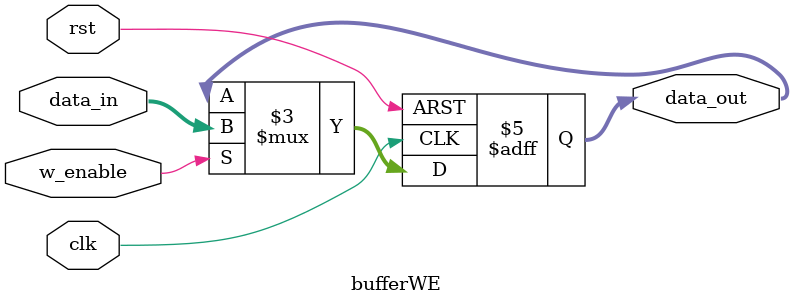
<source format=v>
module bufferWE #(parameter N = 16) (input [N - 1:0] data_in, input clk, w_enable, rst, output reg  [N - 1:0] data_out);

	always @ (posedge clk, negedge rst)
	begin
		if (!rst)
			data_out <= 0;
		else if (w_enable)
			data_out <= data_in;
	end
endmodule

</source>
